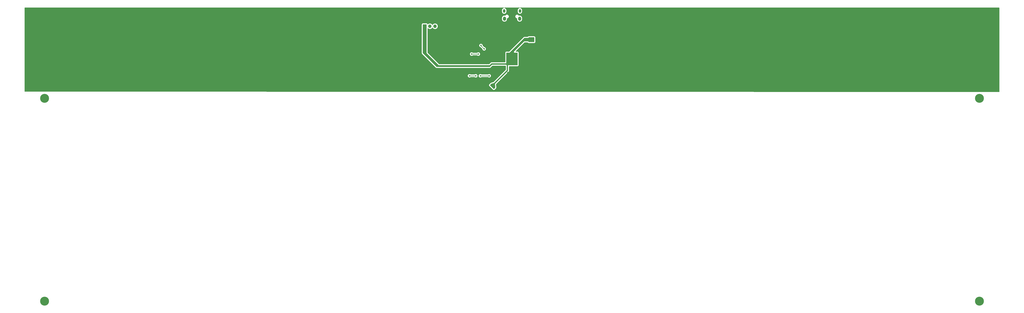
<source format=gbr>
%TF.GenerationSoftware,KiCad,Pcbnew,8.0.4*%
%TF.CreationDate,2024-12-24T01:10:10-06:00*%
%TF.ProjectId,openithm-new,6f70656e-6974-4686-9d2d-6e65772e6b69,rev?*%
%TF.SameCoordinates,Original*%
%TF.FileFunction,Copper,L2,Bot*%
%TF.FilePolarity,Positive*%
%FSLAX46Y46*%
G04 Gerber Fmt 4.6, Leading zero omitted, Abs format (unit mm)*
G04 Created by KiCad (PCBNEW 8.0.4) date 2024-12-24 01:10:10*
%MOMM*%
%LPD*%
G01*
G04 APERTURE LIST*
%TA.AperFunction,ComponentPad*%
%ADD10C,4.400000*%
%TD*%
%TA.AperFunction,ComponentPad*%
%ADD11O,1.150000X1.800000*%
%TD*%
%TA.AperFunction,ComponentPad*%
%ADD12O,1.450000X2.000000*%
%TD*%
%TA.AperFunction,ComponentPad*%
%ADD13R,1.700000X1.700000*%
%TD*%
%TA.AperFunction,ComponentPad*%
%ADD14O,1.700000X1.700000*%
%TD*%
%TA.AperFunction,ViaPad*%
%ADD15C,1.000000*%
%TD*%
%TA.AperFunction,ViaPad*%
%ADD16C,0.700000*%
%TD*%
%TA.AperFunction,Conductor*%
%ADD17C,0.254000*%
%TD*%
G04 APERTURE END LIST*
D10*
%TO.P,H4,1,1*%
%TO.N,unconnected-(H4-Pad1)*%
X190500000Y-263539400D03*
%TD*%
%TO.P,H3,1,1*%
%TO.N,unconnected-(H3-Pad1)*%
X190500000Y-363539400D03*
%TD*%
%TO.P,H2,1,1*%
%TO.N,unconnected-(H2-Pad1)*%
X650500000Y-363539400D03*
%TD*%
%TO.P,H1,1,1*%
%TO.N,unconnected-(H1-Pad1)*%
X650500000Y-263539400D03*
%TD*%
D11*
%TO.P,J2,6,Shield*%
%TO.N,unconnected-(J2-Shield-Pad6)_1*%
X424400398Y-220373999D03*
D12*
%TO.N,unconnected-(J2-Shield-Pad6)_2*%
X424250401Y-224174002D03*
%TO.N,unconnected-(J2-Shield-Pad6)*%
X416800402Y-224173999D03*
D11*
%TO.N,unconnected-(J2-Shield-Pad6)_3*%
X416650401Y-220373998D03*
%TD*%
D13*
%TO.P,J3,1,Pin_1*%
%TO.N,+3.3V*%
X377558599Y-227918199D03*
D14*
%TO.P,J3,2,Pin_2*%
%TO.N,SWDIO*%
X380098602Y-227918200D03*
%TO.P,J3,3,Pin_3*%
%TO.N,SWCLK*%
X382638599Y-227918199D03*
%TO.P,J3,4,Pin_4*%
%TO.N,GND*%
X385178599Y-227918199D03*
%TD*%
D15*
%TO.N,+3.3V*%
X430914000Y-233957200D03*
X411508400Y-258036400D03*
X422354200Y-242212200D03*
X420830200Y-245895200D03*
D16*
X403939200Y-241653400D03*
D15*
X418645800Y-242237600D03*
D16*
X400637200Y-241653400D03*
D15*
X420296800Y-242212200D03*
X429263000Y-233982600D03*
X429288400Y-235201800D03*
X410543200Y-257045800D03*
%TO.N,GND*%
X425554600Y-246250800D03*
X425808600Y-255369400D03*
X433200000Y-249222600D03*
X435282800Y-232763400D03*
D16*
X418442600Y-250822800D03*
D15*
X432565000Y-238580000D03*
X427713600Y-231264800D03*
X408765200Y-240129400D03*
X407800000Y-258087200D03*
X425033200Y-231518800D03*
X405285400Y-244777600D03*
X423065400Y-258849200D03*
X421770000Y-256893400D03*
X415420000Y-241882000D03*
X414937400Y-236116200D03*
X412270400Y-249629000D03*
X425554600Y-241907400D03*
D16*
X419230000Y-225601200D03*
D15*
X393271200Y-244574400D03*
X411508400Y-253870800D03*
X395328600Y-236852800D03*
X408028600Y-246200000D03*
D16*
X412161511Y-243369746D03*
X428450200Y-244549000D03*
D15*
X435816200Y-251254600D03*
D16*
X420754000Y-252372200D03*
X420982600Y-236065400D03*
D15*
X432692000Y-233754000D03*
X423929000Y-256131400D03*
X428907400Y-249248000D03*
D16*
%TO.N,NRST*%
X409298600Y-252377134D03*
X402669200Y-252397600D03*
X399595800Y-252372200D03*
X404929800Y-252397600D03*
%TO.N,BOOT0*%
X406795125Y-239100550D03*
X405245553Y-237434130D03*
%TD*%
D17*
%TO.N,+3.3V*%
X403939200Y-241653400D02*
X400637200Y-241653400D01*
%TO.N,NRST*%
X404950266Y-252377134D02*
X404929800Y-252397600D01*
X402669200Y-252397600D02*
X399621200Y-252397600D01*
X409298600Y-252377134D02*
X404950266Y-252377134D01*
X399621200Y-252397600D02*
X399595800Y-252372200D01*
%TO.N,BOOT0*%
X405245553Y-237550978D02*
X406795125Y-239100550D01*
X405245553Y-237434130D02*
X405245553Y-237550978D01*
%TD*%
%TA.AperFunction,Conductor*%
%TO.N,GND*%
G36*
X416532104Y-218759585D02*
G01*
X416577859Y-218812389D01*
X416587803Y-218881547D01*
X416558778Y-218945103D01*
X416500000Y-218982877D01*
X416484463Y-218986373D01*
X416398553Y-218999979D01*
X416237547Y-219052294D01*
X416086712Y-219129150D01*
X415949766Y-219228646D01*
X415949761Y-219228650D01*
X415830053Y-219348358D01*
X415830049Y-219348363D01*
X415730553Y-219485309D01*
X415653697Y-219636144D01*
X415601382Y-219797150D01*
X415574901Y-219964348D01*
X415574901Y-220783647D01*
X415601382Y-220950845D01*
X415653697Y-221111851D01*
X415730553Y-221262686D01*
X415830049Y-221399632D01*
X415830053Y-221399637D01*
X415949761Y-221519345D01*
X415949766Y-221519349D01*
X416069218Y-221606135D01*
X416086716Y-221618848D01*
X416182826Y-221667818D01*
X416237547Y-221695701D01*
X416237549Y-221695701D01*
X416237552Y-221695703D01*
X416323851Y-221723743D01*
X416398553Y-221748016D01*
X416565752Y-221774498D01*
X416565757Y-221774498D01*
X416735050Y-221774498D01*
X416902248Y-221748016D01*
X417063250Y-221695703D01*
X417214086Y-221618848D01*
X417351042Y-221519344D01*
X417470747Y-221399639D01*
X417570251Y-221262683D01*
X417647106Y-221111847D01*
X417699419Y-220950845D01*
X417725901Y-220783647D01*
X417725901Y-219964348D01*
X417699419Y-219797150D01*
X417647104Y-219636144D01*
X417619221Y-219581423D01*
X417570251Y-219485313D01*
X417557538Y-219467815D01*
X417470752Y-219348363D01*
X417470748Y-219348358D01*
X417351040Y-219228650D01*
X417351035Y-219228646D01*
X417214089Y-219129150D01*
X417214088Y-219129149D01*
X417214086Y-219129148D01*
X417166983Y-219105148D01*
X417063254Y-219052294D01*
X416902248Y-218999979D01*
X416816339Y-218986373D01*
X416753204Y-218956444D01*
X416716273Y-218897132D01*
X416717271Y-218827270D01*
X416755881Y-218769037D01*
X416819845Y-218740923D01*
X416835737Y-218739900D01*
X424215068Y-218739900D01*
X424282107Y-218759585D01*
X424327862Y-218812389D01*
X424337806Y-218881547D01*
X424308781Y-218945103D01*
X424250003Y-218982877D01*
X424234466Y-218986373D01*
X424148550Y-218999980D01*
X423987544Y-219052295D01*
X423836709Y-219129151D01*
X423699763Y-219228647D01*
X423699758Y-219228651D01*
X423580050Y-219348359D01*
X423580046Y-219348364D01*
X423480550Y-219485310D01*
X423403694Y-219636145D01*
X423351379Y-219797151D01*
X423324898Y-219964349D01*
X423324898Y-220783648D01*
X423351379Y-220950846D01*
X423403694Y-221111852D01*
X423456548Y-221215581D01*
X423480547Y-221262683D01*
X423480550Y-221262687D01*
X423580046Y-221399633D01*
X423580050Y-221399638D01*
X423699758Y-221519346D01*
X423699763Y-221519350D01*
X423819215Y-221606136D01*
X423836713Y-221618849D01*
X423932823Y-221667819D01*
X423987544Y-221695702D01*
X423987546Y-221695702D01*
X423987549Y-221695704D01*
X424073848Y-221723744D01*
X424148550Y-221748017D01*
X424315749Y-221774499D01*
X424315754Y-221774499D01*
X424485047Y-221774499D01*
X424652245Y-221748017D01*
X424652248Y-221748016D01*
X424813247Y-221695704D01*
X424964083Y-221618849D01*
X425101039Y-221519345D01*
X425220744Y-221399640D01*
X425320248Y-221262684D01*
X425397103Y-221111848D01*
X425449416Y-220950846D01*
X425449416Y-220950845D01*
X425475898Y-220783648D01*
X425475898Y-219964349D01*
X425449416Y-219797151D01*
X425397101Y-219636145D01*
X425369218Y-219581424D01*
X425320248Y-219485314D01*
X425307535Y-219467816D01*
X425220749Y-219348364D01*
X425220745Y-219348359D01*
X425101037Y-219228651D01*
X425101032Y-219228647D01*
X424964086Y-219129151D01*
X424964085Y-219129150D01*
X424964083Y-219129149D01*
X424916980Y-219105149D01*
X424813251Y-219052295D01*
X424652245Y-218999980D01*
X424566330Y-218986373D01*
X424503195Y-218956444D01*
X424466264Y-218897132D01*
X424467262Y-218827269D01*
X424505872Y-218769037D01*
X424569836Y-218740923D01*
X424585728Y-218739900D01*
X660175500Y-218739900D01*
X660242539Y-218759585D01*
X660288294Y-218812389D01*
X660299500Y-218863900D01*
X660299500Y-260260493D01*
X660279815Y-260327532D01*
X660227011Y-260373287D01*
X660175458Y-260384493D01*
X180824458Y-260221978D01*
X180757425Y-260202271D01*
X180711688Y-260149451D01*
X180700500Y-260097978D01*
X180700500Y-252372200D01*
X398740615Y-252372200D01*
X398759303Y-252550005D01*
X398759304Y-252550007D01*
X398814547Y-252720029D01*
X398814550Y-252720035D01*
X398903941Y-252874865D01*
X398945612Y-252921146D01*
X399023564Y-253007721D01*
X399023567Y-253007723D01*
X399023570Y-253007726D01*
X399168207Y-253112812D01*
X399331533Y-253185529D01*
X399506409Y-253222700D01*
X399506410Y-253222700D01*
X399685189Y-253222700D01*
X399685191Y-253222700D01*
X399860067Y-253185529D01*
X400023393Y-253112812D01*
X400111522Y-253048782D01*
X400177329Y-253025302D01*
X400184408Y-253025100D01*
X402045632Y-253025100D01*
X402112671Y-253044785D01*
X402118518Y-253048782D01*
X402241607Y-253138212D01*
X402404933Y-253210929D01*
X402579809Y-253248100D01*
X402579810Y-253248100D01*
X402758589Y-253248100D01*
X402758591Y-253248100D01*
X402933467Y-253210929D01*
X403096793Y-253138212D01*
X403241430Y-253033126D01*
X403259861Y-253012657D01*
X403267348Y-253004341D01*
X403361059Y-252900265D01*
X403450450Y-252745435D01*
X403505697Y-252575403D01*
X403524385Y-252397600D01*
X404074615Y-252397600D01*
X404093303Y-252575405D01*
X404093304Y-252575407D01*
X404148547Y-252745429D01*
X404148550Y-252745435D01*
X404237941Y-252900265D01*
X404279612Y-252946546D01*
X404357564Y-253033121D01*
X404357567Y-253033123D01*
X404357570Y-253033126D01*
X404502207Y-253138212D01*
X404665533Y-253210929D01*
X404840409Y-253248100D01*
X404840410Y-253248100D01*
X405019189Y-253248100D01*
X405019191Y-253248100D01*
X405194067Y-253210929D01*
X405357393Y-253138212D01*
X405502030Y-253033126D01*
X405502033Y-253033123D01*
X405507287Y-253029306D01*
X405508827Y-253031426D01*
X405561320Y-253006250D01*
X405581273Y-253004634D01*
X408675032Y-253004634D01*
X408742071Y-253024319D01*
X408747918Y-253028316D01*
X408770586Y-253044785D01*
X408871007Y-253117746D01*
X409034333Y-253190463D01*
X409209209Y-253227634D01*
X409209210Y-253227634D01*
X409387989Y-253227634D01*
X409387991Y-253227634D01*
X409562867Y-253190463D01*
X409726193Y-253117746D01*
X409870830Y-253012660D01*
X409875276Y-253007723D01*
X409896748Y-252983875D01*
X409990459Y-252879799D01*
X410079850Y-252724969D01*
X410135097Y-252554937D01*
X410153785Y-252377134D01*
X410135097Y-252199331D01*
X410107473Y-252114315D01*
X410079852Y-252029304D01*
X410079849Y-252029298D01*
X410077001Y-252024365D01*
X409990459Y-251874469D01*
X409943603Y-251822430D01*
X409870835Y-251741612D01*
X409870832Y-251741610D01*
X409870831Y-251741609D01*
X409870830Y-251741608D01*
X409726193Y-251636522D01*
X409562867Y-251563805D01*
X409562865Y-251563804D01*
X409435194Y-251536667D01*
X409387991Y-251526634D01*
X409209209Y-251526634D01*
X409178554Y-251533149D01*
X409034333Y-251563804D01*
X409034328Y-251563806D01*
X408871008Y-251636521D01*
X408747919Y-251725952D01*
X408682112Y-251749432D01*
X408675033Y-251749634D01*
X405525199Y-251749634D01*
X405458160Y-251729949D01*
X405452313Y-251725952D01*
X405357394Y-251656989D01*
X405357393Y-251656988D01*
X405194067Y-251584271D01*
X405194065Y-251584270D01*
X405066394Y-251557133D01*
X405019191Y-251547100D01*
X404840409Y-251547100D01*
X404809754Y-251553615D01*
X404665533Y-251584270D01*
X404665528Y-251584272D01*
X404502208Y-251656987D01*
X404357568Y-251762075D01*
X404237940Y-251894936D01*
X404148550Y-252049764D01*
X404148547Y-252049770D01*
X404093304Y-252219792D01*
X404093303Y-252219794D01*
X404074615Y-252397600D01*
X403524385Y-252397600D01*
X403505697Y-252219797D01*
X403450450Y-252049765D01*
X403361059Y-251894935D01*
X403314203Y-251842896D01*
X403241435Y-251762078D01*
X403241432Y-251762076D01*
X403241431Y-251762075D01*
X403241430Y-251762074D01*
X403096793Y-251656988D01*
X402933467Y-251584271D01*
X402933465Y-251584270D01*
X402805794Y-251557133D01*
X402758591Y-251547100D01*
X402579809Y-251547100D01*
X402549154Y-251553615D01*
X402404933Y-251584270D01*
X402404928Y-251584272D01*
X402241608Y-251656987D01*
X402148065Y-251724950D01*
X402125134Y-251741612D01*
X402118519Y-251746418D01*
X402052712Y-251769898D01*
X402045633Y-251770100D01*
X400252753Y-251770100D01*
X400185714Y-251750415D01*
X400169786Y-251738255D01*
X400168032Y-251736676D01*
X400168031Y-251736675D01*
X400168030Y-251736674D01*
X400023393Y-251631588D01*
X399860067Y-251558871D01*
X399860065Y-251558870D01*
X399732394Y-251531733D01*
X399685191Y-251521700D01*
X399506409Y-251521700D01*
X399475754Y-251528215D01*
X399331533Y-251558870D01*
X399331528Y-251558872D01*
X399168208Y-251631587D01*
X399023568Y-251736675D01*
X398903940Y-251869536D01*
X398814550Y-252024364D01*
X398814547Y-252024370D01*
X398759304Y-252194392D01*
X398759303Y-252194394D01*
X398740615Y-252372200D01*
X180700500Y-252372200D01*
X180700500Y-241118656D01*
X376103391Y-241118656D01*
X376103392Y-241118679D01*
X376106144Y-241172264D01*
X376108876Y-241198349D01*
X376108877Y-241198358D01*
X376117283Y-241251315D01*
X376167057Y-241386301D01*
X376167062Y-241386313D01*
X376196839Y-241441331D01*
X376200316Y-241447756D01*
X376200320Y-241447762D01*
X376286115Y-241563264D01*
X383000691Y-248327950D01*
X383000696Y-248327955D01*
X383020862Y-248348271D01*
X383061726Y-248385181D01*
X383061730Y-248385184D01*
X383061742Y-248385195D01*
X383082683Y-248402133D01*
X383082687Y-248402136D01*
X383082694Y-248402141D01*
X383127316Y-248434379D01*
X383127319Y-248434380D01*
X383127322Y-248434382D01*
X383258195Y-248494144D01*
X383263660Y-248495748D01*
X383273572Y-248498658D01*
X383273574Y-248498659D01*
X383325207Y-248513821D01*
X383325217Y-248513824D01*
X383467633Y-248534300D01*
X383467636Y-248534300D01*
X409476654Y-248534300D01*
X409476670Y-248534300D01*
X409527819Y-248531706D01*
X409552783Y-248529167D01*
X409552794Y-248529165D01*
X409552797Y-248529165D01*
X409559210Y-248528182D01*
X409603402Y-248521411D01*
X409738779Y-248472683D01*
X409738788Y-248472678D01*
X409738791Y-248472677D01*
X409762656Y-248459999D01*
X409800483Y-248439905D01*
X409916649Y-248355010D01*
X410728112Y-247561990D01*
X410814652Y-247477417D01*
X410876356Y-247444639D01*
X410901320Y-247442100D01*
X417295120Y-247442100D01*
X417362159Y-247461785D01*
X417377293Y-247473980D01*
X417377582Y-247473647D01*
X417411702Y-247503212D01*
X417449477Y-247561990D01*
X417454500Y-247596925D01*
X417454500Y-249368996D01*
X417434815Y-249436035D01*
X417418358Y-249456500D01*
X411446090Y-255452946D01*
X411391057Y-255485018D01*
X411105458Y-255563418D01*
X411105448Y-255563420D01*
X410288638Y-255787642D01*
X410288625Y-255787647D01*
X410168363Y-255838109D01*
X410113502Y-255870007D01*
X410113501Y-255870008D01*
X410010151Y-255949562D01*
X410010150Y-255949563D01*
X409384445Y-256575269D01*
X409384429Y-256575287D01*
X409316645Y-256659400D01*
X409316625Y-256659426D01*
X409288133Y-256703760D01*
X409288128Y-256703769D01*
X409239752Y-256800412D01*
X409239748Y-256800423D01*
X409209169Y-256940995D01*
X409209168Y-256941007D01*
X409204184Y-257010699D01*
X409214448Y-257154210D01*
X409264730Y-257289019D01*
X409298215Y-257350342D01*
X409384439Y-257465523D01*
X409384443Y-257465527D01*
X409384448Y-257465533D01*
X410288077Y-258369161D01*
X411114077Y-259195161D01*
X411177577Y-259246333D01*
X411198225Y-259262973D01*
X411198227Y-259262974D01*
X411226872Y-259281383D01*
X411242571Y-259291472D01*
X411339216Y-259339849D01*
X411339220Y-259339849D01*
X411339224Y-259339851D01*
X411479796Y-259370430D01*
X411479800Y-259370430D01*
X411479808Y-259370432D01*
X411549499Y-259375416D01*
X411549500Y-259375416D01*
X411559078Y-259374730D01*
X411693010Y-259365152D01*
X411827819Y-259314870D01*
X411889142Y-259281385D01*
X412004324Y-259195161D01*
X412563392Y-258636092D01*
X412607750Y-258585384D01*
X412627764Y-258559167D01*
X412664992Y-258503000D01*
X412717801Y-258369161D01*
X412733935Y-258301180D01*
X412733935Y-258301179D01*
X412733937Y-258301145D01*
X412734346Y-258297664D01*
X412734439Y-258295607D01*
X412746898Y-258157884D01*
X412662935Y-256562594D01*
X412679069Y-256494615D01*
X412699079Y-256468402D01*
X418865323Y-250302161D01*
X418901488Y-250261899D01*
X418918122Y-250241257D01*
X418949767Y-250197373D01*
X419009538Y-250066496D01*
X419029223Y-249999457D01*
X419029224Y-249999453D01*
X419049700Y-249857037D01*
X419049700Y-247794700D01*
X419069385Y-247727661D01*
X419122189Y-247681906D01*
X419173700Y-247670700D01*
X423169990Y-247670700D01*
X423170000Y-247670700D01*
X423277456Y-247659147D01*
X423328967Y-247647941D01*
X423363197Y-247636547D01*
X423431497Y-247613816D01*
X423431501Y-247613813D01*
X423431504Y-247613813D01*
X423552543Y-247536025D01*
X423605347Y-247490270D01*
X423699567Y-247381536D01*
X423759338Y-247250659D01*
X423779023Y-247183620D01*
X423779024Y-247183616D01*
X423799500Y-247041200D01*
X423799500Y-241066200D01*
X423787947Y-240958744D01*
X423776741Y-240907233D01*
X423776637Y-240906922D01*
X423742616Y-240804702D01*
X423742613Y-240804696D01*
X423664828Y-240683662D01*
X423664825Y-240683657D01*
X423664820Y-240683651D01*
X423619076Y-240630859D01*
X423619072Y-240630856D01*
X423619070Y-240630853D01*
X423510336Y-240536633D01*
X423510333Y-240536631D01*
X423510331Y-240536630D01*
X423379465Y-240476864D01*
X423379460Y-240476862D01*
X423379459Y-240476862D01*
X423312420Y-240457177D01*
X423312422Y-240457177D01*
X423312417Y-240457176D01*
X423250347Y-240448252D01*
X423170000Y-240436700D01*
X423169998Y-240436700D01*
X422451545Y-240436700D01*
X422384506Y-240417015D01*
X422338751Y-240364211D01*
X422328807Y-240295053D01*
X422357832Y-240231497D01*
X422363864Y-240225019D01*
X426616664Y-235972219D01*
X426677987Y-235938734D01*
X426704345Y-235935900D01*
X428172434Y-235935900D01*
X428239473Y-235955585D01*
X428266147Y-235978698D01*
X428302923Y-236021140D01*
X428302926Y-236021143D01*
X428302930Y-236021147D01*
X428411664Y-236115367D01*
X428411667Y-236115368D01*
X428411668Y-236115369D01*
X428505925Y-236158416D01*
X428542541Y-236175138D01*
X428609580Y-236194823D01*
X428609584Y-236194824D01*
X428752000Y-236215300D01*
X428752003Y-236215300D01*
X431374190Y-236215300D01*
X431374200Y-236215300D01*
X431481656Y-236203747D01*
X431533167Y-236192541D01*
X431567397Y-236181147D01*
X431635697Y-236158416D01*
X431635701Y-236158413D01*
X431635704Y-236158413D01*
X431756743Y-236080625D01*
X431809547Y-236034870D01*
X431903767Y-235926136D01*
X431963538Y-235795259D01*
X431983223Y-235728220D01*
X431983224Y-235728216D01*
X432003700Y-235585800D01*
X432003700Y-233522400D01*
X431992147Y-233414944D01*
X431980941Y-233363433D01*
X431978692Y-233356676D01*
X431946816Y-233260902D01*
X431946813Y-233260896D01*
X431931434Y-233236966D01*
X431869025Y-233139857D01*
X431869020Y-233139851D01*
X431823276Y-233087059D01*
X431823272Y-233087056D01*
X431823270Y-233087053D01*
X431714536Y-232992833D01*
X431714533Y-232992831D01*
X431714531Y-232992830D01*
X431583665Y-232933064D01*
X431583660Y-232933062D01*
X431583659Y-232933062D01*
X431516620Y-232913377D01*
X431516622Y-232913377D01*
X431516617Y-232913376D01*
X431454547Y-232904452D01*
X431374200Y-232892900D01*
X428752000Y-232892900D01*
X428751991Y-232892900D01*
X428751990Y-232892901D01*
X428644549Y-232904452D01*
X428644537Y-232904454D01*
X428593027Y-232915660D01*
X428490502Y-232949783D01*
X428490496Y-232949786D01*
X428369462Y-233027571D01*
X428369451Y-233027579D01*
X428316657Y-233073325D01*
X428316654Y-233073327D01*
X428267978Y-233129503D01*
X428209200Y-233167277D01*
X428174266Y-233172300D01*
X426647360Y-233172300D01*
X426593311Y-233175197D01*
X426593310Y-233175197D01*
X426566977Y-233178029D01*
X426566950Y-233178032D01*
X426513554Y-233186685D01*
X426513552Y-233186685D01*
X426378747Y-233236966D01*
X426317422Y-233270451D01*
X426202240Y-233356676D01*
X426202228Y-233356686D01*
X419162892Y-240396023D01*
X419161723Y-240397257D01*
X419161269Y-240396826D01*
X419103842Y-240432287D01*
X419071056Y-240436700D01*
X417830000Y-240436700D01*
X417829991Y-240436700D01*
X417829990Y-240436701D01*
X417722549Y-240448252D01*
X417722537Y-240448254D01*
X417671027Y-240459460D01*
X417568502Y-240493583D01*
X417568496Y-240493586D01*
X417447462Y-240571371D01*
X417447451Y-240571379D01*
X417394659Y-240617123D01*
X417300433Y-240725864D01*
X417300430Y-240725868D01*
X417240664Y-240856734D01*
X417220976Y-240923782D01*
X417210277Y-240998201D01*
X417200502Y-241066190D01*
X417200500Y-241066201D01*
X417200500Y-245570500D01*
X417180815Y-245637539D01*
X417128011Y-245683294D01*
X417076500Y-245694500D01*
X410467560Y-245694500D01*
X410413511Y-245697397D01*
X410413510Y-245697397D01*
X410387177Y-245700229D01*
X410387150Y-245700232D01*
X410333754Y-245708885D01*
X410333752Y-245708885D01*
X410198947Y-245759166D01*
X410137622Y-245792651D01*
X410022440Y-245878876D01*
X410022428Y-245878886D01*
X409252535Y-246648781D01*
X409191212Y-246682266D01*
X409164854Y-246685100D01*
X384718147Y-246685100D01*
X384651108Y-246665415D01*
X384630466Y-246648781D01*
X379635084Y-241653400D01*
X399782015Y-241653400D01*
X399800703Y-241831205D01*
X399800704Y-241831207D01*
X399855947Y-242001229D01*
X399855950Y-242001235D01*
X399945341Y-242156065D01*
X399987012Y-242202346D01*
X400064964Y-242288921D01*
X400064967Y-242288923D01*
X400064970Y-242288926D01*
X400209607Y-242394012D01*
X400372933Y-242466729D01*
X400547809Y-242503900D01*
X400547810Y-242503900D01*
X400726589Y-242503900D01*
X400726591Y-242503900D01*
X400901467Y-242466729D01*
X401064793Y-242394012D01*
X401187882Y-242304582D01*
X401253689Y-242281102D01*
X401260768Y-242280900D01*
X403315632Y-242280900D01*
X403382671Y-242300585D01*
X403388518Y-242304582D01*
X403511607Y-242394012D01*
X403674933Y-242466729D01*
X403849809Y-242503900D01*
X403849810Y-242503900D01*
X404028589Y-242503900D01*
X404028591Y-242503900D01*
X404203467Y-242466729D01*
X404366793Y-242394012D01*
X404511430Y-242288926D01*
X404631059Y-242156065D01*
X404720450Y-242001235D01*
X404775697Y-241831203D01*
X404794385Y-241653400D01*
X404775697Y-241475597D01*
X404720450Y-241305565D01*
X404631059Y-241150735D01*
X404584203Y-241098696D01*
X404511435Y-241017878D01*
X404511432Y-241017876D01*
X404511431Y-241017875D01*
X404511430Y-241017874D01*
X404366793Y-240912788D01*
X404203467Y-240840071D01*
X404203465Y-240840070D01*
X404075794Y-240812933D01*
X404028591Y-240802900D01*
X403849809Y-240802900D01*
X403819154Y-240809415D01*
X403674933Y-240840070D01*
X403674928Y-240840072D01*
X403511608Y-240912787D01*
X403418065Y-240980750D01*
X403394048Y-240998201D01*
X403388519Y-241002218D01*
X403322712Y-241025698D01*
X403315633Y-241025900D01*
X401260768Y-241025900D01*
X401193729Y-241006215D01*
X401187882Y-241002218D01*
X401097950Y-240936878D01*
X401064793Y-240912788D01*
X400901467Y-240840071D01*
X400901465Y-240840070D01*
X400773794Y-240812933D01*
X400726591Y-240802900D01*
X400547809Y-240802900D01*
X400517154Y-240809415D01*
X400372933Y-240840070D01*
X400372928Y-240840072D01*
X400209608Y-240912787D01*
X400064968Y-241017875D01*
X399945340Y-241150736D01*
X399855950Y-241305564D01*
X399855947Y-241305570D01*
X399800704Y-241475592D01*
X399800703Y-241475594D01*
X399782015Y-241653400D01*
X379635084Y-241653400D01*
X378979885Y-240998201D01*
X378946400Y-240936878D01*
X378943566Y-240910298D01*
X378949785Y-237434130D01*
X404390368Y-237434130D01*
X404409056Y-237611935D01*
X404409057Y-237611937D01*
X404464300Y-237781959D01*
X404464303Y-237781965D01*
X404553694Y-237936795D01*
X404595365Y-237983076D01*
X404673317Y-238069651D01*
X404673320Y-238069653D01*
X404673323Y-238069656D01*
X404817960Y-238174742D01*
X404981286Y-238247459D01*
X405038481Y-238259615D01*
X405099961Y-238292806D01*
X405100380Y-238293224D01*
X405912675Y-239105519D01*
X405946160Y-239166842D01*
X405948315Y-239180237D01*
X405958628Y-239278355D01*
X405958629Y-239278357D01*
X406013872Y-239448379D01*
X406013875Y-239448385D01*
X406103266Y-239603215D01*
X406144937Y-239649496D01*
X406222889Y-239736071D01*
X406222892Y-239736073D01*
X406222895Y-239736076D01*
X406367532Y-239841162D01*
X406530858Y-239913879D01*
X406705734Y-239951050D01*
X406705735Y-239951050D01*
X406884514Y-239951050D01*
X406884516Y-239951050D01*
X407059392Y-239913879D01*
X407222718Y-239841162D01*
X407367355Y-239736076D01*
X407486984Y-239603215D01*
X407576375Y-239448385D01*
X407631622Y-239278353D01*
X407650310Y-239100550D01*
X407631622Y-238922747D01*
X407576375Y-238752715D01*
X407486984Y-238597885D01*
X407440128Y-238545846D01*
X407367360Y-238465028D01*
X407367357Y-238465026D01*
X407367356Y-238465025D01*
X407367355Y-238465024D01*
X407222718Y-238359938D01*
X407059392Y-238287221D01*
X407059390Y-238287220D01*
X406929511Y-238259614D01*
X406884516Y-238250050D01*
X406884515Y-238250050D01*
X406883406Y-238250050D01*
X406882787Y-238249868D01*
X406878048Y-238249370D01*
X406878139Y-238248503D01*
X406816367Y-238230365D01*
X406795725Y-238213731D01*
X406134512Y-237552518D01*
X406101027Y-237491195D01*
X406098873Y-237451872D01*
X406100738Y-237434130D01*
X406082050Y-237256327D01*
X406026803Y-237086295D01*
X405937412Y-236931465D01*
X405890556Y-236879426D01*
X405817788Y-236798608D01*
X405817785Y-236798606D01*
X405817784Y-236798605D01*
X405817783Y-236798604D01*
X405673146Y-236693518D01*
X405509820Y-236620801D01*
X405509818Y-236620800D01*
X405382147Y-236593663D01*
X405334944Y-236583630D01*
X405156162Y-236583630D01*
X405125507Y-236590145D01*
X404981286Y-236620800D01*
X404981281Y-236620802D01*
X404817961Y-236693517D01*
X404673321Y-236798605D01*
X404553693Y-236931466D01*
X404464303Y-237086294D01*
X404464300Y-237086300D01*
X404409057Y-237256322D01*
X404409056Y-237256324D01*
X404390368Y-237434130D01*
X378949785Y-237434130D01*
X378964884Y-228993516D01*
X378984689Y-228926514D01*
X379037574Y-228880854D01*
X379106751Y-228871034D01*
X379170254Y-228900172D01*
X379176565Y-228906059D01*
X379227201Y-228956695D01*
X379279790Y-228993518D01*
X379420767Y-229092232D01*
X379420769Y-229092233D01*
X379420772Y-229092235D01*
X379634939Y-229192103D01*
X379863194Y-229253263D01*
X380051520Y-229269739D01*
X380098601Y-229273859D01*
X380098602Y-229273859D01*
X380098603Y-229273859D01*
X380137836Y-229270426D01*
X380334010Y-229253263D01*
X380562265Y-229192103D01*
X380776432Y-229092235D01*
X380970003Y-228956695D01*
X381137097Y-228789601D01*
X381267027Y-228604040D01*
X381321601Y-228560418D01*
X381391100Y-228553224D01*
X381453455Y-228584746D01*
X381470173Y-228604040D01*
X381600104Y-228789600D01*
X381767198Y-228956694D01*
X381767204Y-228956698D01*
X381960764Y-229092231D01*
X381960766Y-229092232D01*
X381960769Y-229092234D01*
X382174936Y-229192102D01*
X382403191Y-229253262D01*
X382591517Y-229269738D01*
X382638598Y-229273858D01*
X382638599Y-229273858D01*
X382638600Y-229273858D01*
X382677833Y-229270425D01*
X382874007Y-229253262D01*
X383102262Y-229192102D01*
X383316429Y-229092234D01*
X383510000Y-228956694D01*
X383677094Y-228789600D01*
X383812634Y-228596029D01*
X383912502Y-228381862D01*
X383973662Y-228153607D01*
X383994258Y-227918199D01*
X383973662Y-227682791D01*
X383912502Y-227454536D01*
X383812634Y-227240370D01*
X383710900Y-227095077D01*
X383677093Y-227046796D01*
X383510001Y-226879705D01*
X383509995Y-226879701D01*
X383445722Y-226834696D01*
X383316433Y-226744166D01*
X383316429Y-226744164D01*
X383251017Y-226713662D01*
X383102262Y-226644296D01*
X383102258Y-226644295D01*
X383102254Y-226644293D01*
X382874012Y-226583137D01*
X382874002Y-226583135D01*
X382638600Y-226562540D01*
X382638598Y-226562540D01*
X382403195Y-226583135D01*
X382403185Y-226583137D01*
X382174943Y-226644293D01*
X382174934Y-226644297D01*
X381960770Y-226744163D01*
X381960768Y-226744164D01*
X381767196Y-226879704D01*
X381600107Y-227046793D01*
X381470175Y-227232356D01*
X381415598Y-227275980D01*
X381346099Y-227283173D01*
X381283745Y-227251651D01*
X381267025Y-227232355D01*
X381137096Y-227046797D01*
X380970004Y-226879706D01*
X380970001Y-226879704D01*
X380905724Y-226834696D01*
X380776436Y-226744167D01*
X380776432Y-226744165D01*
X380711018Y-226713662D01*
X380562265Y-226644297D01*
X380562261Y-226644296D01*
X380562257Y-226644294D01*
X380334015Y-226583138D01*
X380334005Y-226583136D01*
X380098603Y-226562541D01*
X380098601Y-226562541D01*
X379863198Y-226583136D01*
X379863188Y-226583138D01*
X379634946Y-226644294D01*
X379634937Y-226644298D01*
X379420773Y-226744164D01*
X379420771Y-226744165D01*
X379227199Y-226879705D01*
X379143406Y-226963499D01*
X379082083Y-226996984D01*
X379012391Y-226992000D01*
X378956458Y-226950128D01*
X378938054Y-226914927D01*
X378911391Y-226834696D01*
X378833603Y-226713657D01*
X378833598Y-226713651D01*
X378787854Y-226660859D01*
X378787850Y-226660856D01*
X378787848Y-226660853D01*
X378679114Y-226566633D01*
X378679111Y-226566631D01*
X378679109Y-226566630D01*
X378548243Y-226506864D01*
X378548238Y-226506862D01*
X378548237Y-226506862D01*
X378503544Y-226493738D01*
X378481195Y-226487176D01*
X378418464Y-226478157D01*
X378338778Y-226466700D01*
X376757979Y-226466700D01*
X376650968Y-226478156D01*
X376599658Y-226489270D01*
X376546561Y-226506864D01*
X376497498Y-226523121D01*
X376376320Y-226600692D01*
X376376318Y-226600693D01*
X376376316Y-226600695D01*
X376323437Y-226646350D01*
X376229023Y-226754913D01*
X376169015Y-226885690D01*
X376149210Y-226952694D01*
X376128480Y-227095070D01*
X376128480Y-227095077D01*
X376103391Y-241118656D01*
X180700500Y-241118656D01*
X180700500Y-223802550D01*
X415574902Y-223802550D01*
X415574902Y-224545448D01*
X415581897Y-224589613D01*
X415605077Y-224735968D01*
X415605078Y-224735971D01*
X415664687Y-224919428D01*
X415752261Y-225091301D01*
X415865643Y-225247358D01*
X416002043Y-225383758D01*
X416158100Y-225497140D01*
X416329973Y-225584714D01*
X416513430Y-225644323D01*
X416703953Y-225674499D01*
X416703954Y-225674499D01*
X416896850Y-225674499D01*
X416896851Y-225674499D01*
X417087374Y-225644323D01*
X417270831Y-225584714D01*
X417442704Y-225497140D01*
X417598761Y-225383758D01*
X417735161Y-225247358D01*
X417848543Y-225091301D01*
X417936117Y-224919428D01*
X417995726Y-224735971D01*
X418025902Y-224545448D01*
X418025902Y-224144925D01*
X418045587Y-224077886D01*
X418098391Y-224032131D01*
X418124116Y-224023636D01*
X418305203Y-223985146D01*
X418478130Y-223908153D01*
X418631271Y-223796890D01*
X418757933Y-223656218D01*
X418852579Y-223492286D01*
X418911074Y-223312258D01*
X418930860Y-223124002D01*
X422119940Y-223124002D01*
X422139726Y-223312258D01*
X422139727Y-223312261D01*
X422198218Y-223492279D01*
X422198221Y-223492286D01*
X422292867Y-223656218D01*
X422419529Y-223796890D01*
X422572665Y-223908150D01*
X422572670Y-223908153D01*
X422745592Y-223985144D01*
X422745593Y-223985144D01*
X422745597Y-223985146D01*
X422926681Y-224023636D01*
X422988163Y-224056828D01*
X423021940Y-224117991D01*
X423024901Y-224144926D01*
X423024901Y-224545450D01*
X423055076Y-224735971D01*
X423055077Y-224735974D01*
X423114686Y-224919431D01*
X423202260Y-225091304D01*
X423315642Y-225247361D01*
X423452042Y-225383761D01*
X423608099Y-225497143D01*
X423779972Y-225584717D01*
X423963429Y-225644326D01*
X424153952Y-225674502D01*
X424153953Y-225674502D01*
X424346849Y-225674502D01*
X424346850Y-225674502D01*
X424537373Y-225644326D01*
X424720830Y-225584717D01*
X424892703Y-225497143D01*
X425048760Y-225383761D01*
X425185160Y-225247361D01*
X425298542Y-225091304D01*
X425386116Y-224919431D01*
X425445725Y-224735974D01*
X425475901Y-224545451D01*
X425475901Y-223802553D01*
X425445725Y-223612030D01*
X425386116Y-223428573D01*
X425298542Y-223256700D01*
X425185160Y-223100643D01*
X425048760Y-222964243D01*
X424892703Y-222850861D01*
X424720830Y-222763287D01*
X424537373Y-222703678D01*
X424537371Y-222703677D01*
X424537370Y-222703677D01*
X424369617Y-222677108D01*
X424346850Y-222673502D01*
X424153952Y-222673502D01*
X424131185Y-222677108D01*
X423963425Y-222703678D01*
X423963424Y-222703678D01*
X423940283Y-222711197D01*
X423870442Y-222713190D01*
X423810610Y-222677108D01*
X423794584Y-222655269D01*
X423757933Y-222591786D01*
X423631271Y-222451114D01*
X423631270Y-222451113D01*
X423478134Y-222339853D01*
X423478129Y-222339850D01*
X423305207Y-222262859D01*
X423305202Y-222262857D01*
X423159401Y-222231867D01*
X423120046Y-222223502D01*
X422930754Y-222223502D01*
X422898297Y-222230400D01*
X422745597Y-222262857D01*
X422745592Y-222262859D01*
X422572670Y-222339850D01*
X422572665Y-222339853D01*
X422419529Y-222451113D01*
X422292866Y-222591787D01*
X422198221Y-222755717D01*
X422198218Y-222755724D01*
X422139727Y-222935742D01*
X422139726Y-222935746D01*
X422119940Y-223124002D01*
X418930860Y-223124002D01*
X418911074Y-222935746D01*
X418852579Y-222755718D01*
X418757933Y-222591786D01*
X418631271Y-222451114D01*
X418631270Y-222451113D01*
X418478134Y-222339853D01*
X418478129Y-222339850D01*
X418305207Y-222262859D01*
X418305202Y-222262857D01*
X418159401Y-222231867D01*
X418120046Y-222223502D01*
X417930754Y-222223502D01*
X417898297Y-222230400D01*
X417745597Y-222262857D01*
X417745592Y-222262859D01*
X417572670Y-222339850D01*
X417572665Y-222339853D01*
X417419529Y-222451113D01*
X417292867Y-222591785D01*
X417256218Y-222655263D01*
X417205650Y-222703478D01*
X417137043Y-222716700D01*
X417110515Y-222711194D01*
X417110469Y-222711179D01*
X417087374Y-222703675D01*
X417087370Y-222703674D01*
X417087369Y-222703674D01*
X416919637Y-222677108D01*
X416896851Y-222673499D01*
X416703953Y-222673499D01*
X416681167Y-222677108D01*
X416513432Y-222703674D01*
X416329970Y-222763285D01*
X416158099Y-222850858D01*
X416069063Y-222915546D01*
X416002043Y-222964240D01*
X416002041Y-222964242D01*
X416002040Y-222964242D01*
X415865645Y-223100637D01*
X415865645Y-223100638D01*
X415865643Y-223100640D01*
X415865641Y-223100643D01*
X415752261Y-223256696D01*
X415664688Y-223428567D01*
X415605077Y-223612029D01*
X415575798Y-223796890D01*
X415574902Y-223802550D01*
X180700500Y-223802550D01*
X180700500Y-218863900D01*
X180720185Y-218796861D01*
X180772989Y-218751106D01*
X180824500Y-218739900D01*
X416465065Y-218739900D01*
X416532104Y-218759585D01*
G37*
%TD.AperFunction*%
%TD*%
%TA.AperFunction,Conductor*%
%TO.N,+3.3V*%
G36*
X428628000Y-235430400D02*
G01*
X426443600Y-235430400D01*
X426443599Y-235430400D01*
X421516000Y-240357999D01*
X421516000Y-240358000D01*
X421516000Y-241526400D01*
X419484000Y-241526400D01*
X419484000Y-240841162D01*
X419503685Y-240774123D01*
X419520319Y-240753481D01*
X426559681Y-233714119D01*
X426621004Y-233680634D01*
X426647362Y-233677800D01*
X428628000Y-233677800D01*
X428628000Y-235430400D01*
G37*
%TD.AperFunction*%
%TD*%
%TA.AperFunction,Conductor*%
%TO.N,+3.3V*%
G36*
X418544200Y-247165200D02*
G01*
X418544200Y-249857037D01*
X418524515Y-249924076D01*
X418507881Y-249944718D01*
X412143400Y-256309198D01*
X412242097Y-258184452D01*
X412225963Y-258252433D01*
X412205949Y-258278650D01*
X411646881Y-258837719D01*
X411585558Y-258871204D01*
X411515867Y-258866220D01*
X411471519Y-258837719D01*
X409741881Y-257108081D01*
X409708396Y-257046758D01*
X409713380Y-256977066D01*
X409741881Y-256932719D01*
X410367594Y-256307005D01*
X410422446Y-256275112D01*
X411231247Y-256053088D01*
X411686197Y-255928201D01*
X411686197Y-255928200D01*
X411686200Y-255928200D01*
X417960000Y-249629000D01*
X417960000Y-247165200D01*
X417960000Y-246504800D01*
X418544200Y-246504800D01*
X418544200Y-247165200D01*
G37*
%TD.AperFunction*%
%TD*%
%TA.AperFunction,Conductor*%
%TO.N,+3.3V*%
G36*
X423237039Y-240961885D02*
G01*
X423282794Y-241014689D01*
X423294000Y-241066200D01*
X423294000Y-247041200D01*
X423274315Y-247108239D01*
X423221511Y-247153994D01*
X423170000Y-247165200D01*
X417830000Y-247165200D01*
X417762961Y-247145515D01*
X417717206Y-247092711D01*
X417706000Y-247041200D01*
X417706000Y-246936600D01*
X417706000Y-241066200D01*
X417725685Y-240999161D01*
X417778489Y-240953406D01*
X417830000Y-240942200D01*
X419484000Y-240942200D01*
X421516000Y-240942200D01*
X423170000Y-240942200D01*
X423237039Y-240961885D01*
G37*
%TD.AperFunction*%
%TD*%
%TA.AperFunction,Conductor*%
%TO.N,+3.3V*%
G36*
X378405817Y-226991885D02*
G01*
X378451572Y-227044689D01*
X378462778Y-227096422D01*
X378437600Y-241170799D01*
X378437601Y-241170802D01*
X384457399Y-247190599D01*
X384457400Y-247190600D01*
X383416000Y-247190600D01*
X383416000Y-248013638D01*
X383400594Y-248009115D01*
X383379626Y-247992155D01*
X383359460Y-247971839D01*
X376644884Y-241207153D01*
X376611628Y-241145705D01*
X376608891Y-241119581D01*
X376633979Y-227095978D01*
X376653784Y-227028974D01*
X376706669Y-226983314D01*
X376757979Y-226972200D01*
X378338778Y-226972200D01*
X378405817Y-226991885D01*
G37*
%TD.AperFunction*%
%TD*%
%TA.AperFunction,Conductor*%
%TO.N,+3.3V*%
G36*
X417960000Y-246936600D02*
G01*
X410644800Y-246936600D01*
X409563338Y-247993483D01*
X409501634Y-248026261D01*
X409476670Y-248028800D01*
X384457400Y-248028800D01*
X383467633Y-248028800D01*
X383416000Y-248013638D01*
X383416000Y-247190600D01*
X409425600Y-247190600D01*
X410379881Y-246236319D01*
X410441204Y-246202834D01*
X410467562Y-246200000D01*
X417706000Y-246200000D01*
X417960000Y-246200000D01*
X417960000Y-246936600D01*
G37*
%TD.AperFunction*%
%TD*%
%TA.AperFunction,Conductor*%
%TO.N,+3.3V*%
G36*
X431441239Y-233418085D02*
G01*
X431486994Y-233470889D01*
X431498200Y-233522400D01*
X431498200Y-235585800D01*
X431478515Y-235652839D01*
X431425711Y-235698594D01*
X431374200Y-235709800D01*
X428752000Y-235709800D01*
X428684961Y-235690115D01*
X428639206Y-235637311D01*
X428628000Y-235585800D01*
X428628000Y-235430400D01*
X428628000Y-233522400D01*
X428647685Y-233455361D01*
X428700489Y-233409606D01*
X428752000Y-233398400D01*
X431374200Y-233398400D01*
X431441239Y-233418085D01*
G37*
%TD.AperFunction*%
%TD*%
M02*

</source>
